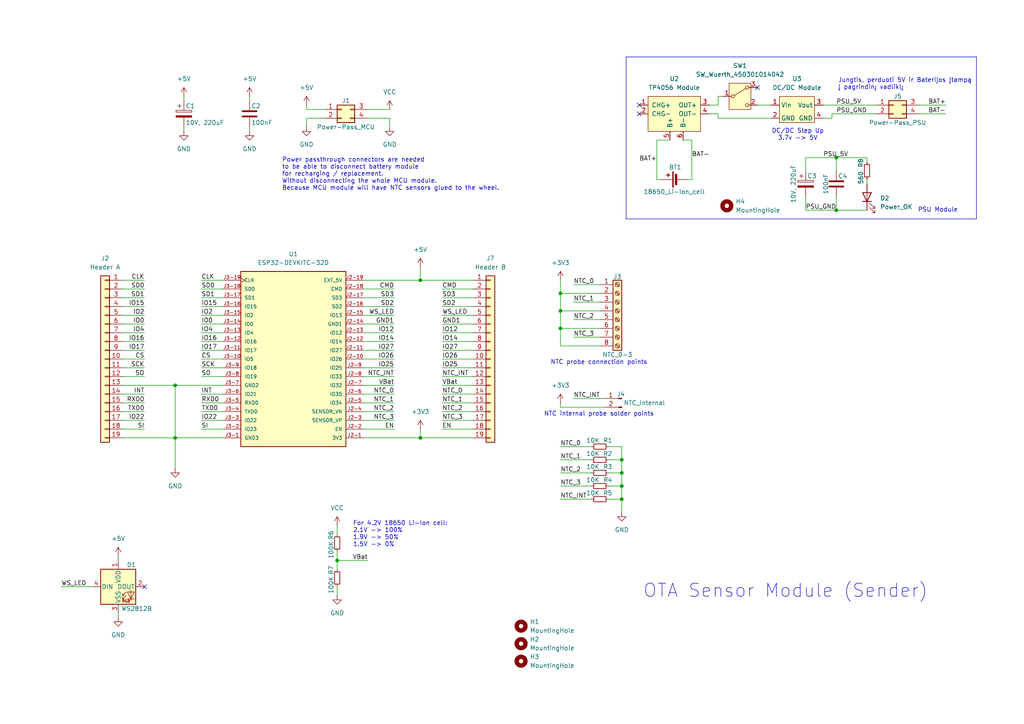
<source format=kicad_sch>
(kicad_sch (version 20231120) (generator "eeschema") (generator_version "8.0")
  (paper "A4")
  (title_block (title "OTA Sender") (date "2024-05-03") (rev "B") (company "AUGA Tech") (comment 1 "Darius Vaitiekus"))
  (lib_symbols
    (symbol "Connector:Conn_01x02_Pin" (pin_names (offset 1.016) hide)
      (property "Reference" "J" (at 0 2.54 0))
      (property "Value" "Conn_01x02_Pin" (at 0 -5.08 0))
      (symbol "Conn_01x02_Pin_1_1"
        (polyline (pts (xy 1.27 -2.54) (xy 0.8636 -2.54)) (stroke (width 0.1524)))
        (polyline (pts (xy 1.27 0) (xy 0.8636 0)) (stroke (width 0.1524)))
        (rectangle (start 0.8636 -2.413) (end 0 -2.667) (stroke (width 0.1524)) (fill (type outline)))
        (rectangle (start 0.8636 0.127) (end 0 -0.127) (stroke (width 0.1524)) (fill (type outline)))
        (pin passive line (at 5.08 0 180) (length 3.81) (name "Pin_1") (number "1"))
        (pin passive line (at 5.08 -2.54 180) (length 3.81) (name "Pin_2") (number "2"))
      )
    )
    (symbol "Connector:Screw_Terminal_01x08" (pin_names (offset 1.016) hide)
      (property "Reference" "J" (at 0 10.16 0))
      (property "Value" "Screw_Terminal_01x08" (at 0 -12.7 0))
      (symbol "Screw_Terminal_01x08_1_1"
        (rectangle (start -1.27 8.89) (end 1.27 -11.43) (stroke (width 0.254)) (fill (type background)))
        (circle (center 0 -10.16) (radius 0.635) (stroke (width 0.1524)))
        (circle (center 0 -7.62) (radius 0.635) (stroke (width 0.1524)))
        (circle (center 0 -5.08) (radius 0.635) (stroke (width 0.1524)))
        (circle (center 0 -2.54) (radius 0.635) (stroke (width 0.1524)))
        (polyline (pts (xy -0.5334 -9.8298) (xy 0.3302 -10.668)) (stroke (width 0.1524)))
        (polyline (pts (xy -0.5334 -7.2898) (xy 0.3302 -8.128)) (stroke (width 0.1524)))
        (polyline (pts (xy -0.5334 -4.7498) (xy 0.3302 -5.588)) (stroke (width 0.1524)))
        (polyline (pts (xy -0.5334 -2.2098) (xy 0.3302 -3.048)) (stroke (width 0.1524)))
        (polyline (pts (xy -0.5334 0.3302) (xy 0.3302 -0.508)) (stroke (width 0.1524)))
        (polyline (pts (xy -0.5334 2.8702) (xy 0.3302 2.032)) (stroke (width 0.1524)))
        (polyline (pts (xy -0.5334 5.4102) (xy 0.3302 4.572)) (stroke (width 0.1524)))
        (polyline (pts (xy -0.5334 7.9502) (xy 0.3302 7.112)) (stroke (width 0.1524)))
        (polyline (pts (xy -0.3556 -9.652) (xy 0.508 -10.4902)) (stroke (width 0.1524)))
        (polyline (pts (xy -0.3556 -7.112) (xy 0.508 -7.9502)) (stroke (width 0.1524)))
        (polyline (pts (xy -0.3556 -4.572) (xy 0.508 -5.4102)) (stroke (width 0.1524)))
        (polyline (pts (xy -0.3556 -2.032) (xy 0.508 -2.8702)) (stroke (width 0.1524)))
        (polyline (pts (xy -0.3556 0.508) (xy 0.508 -0.3302)) (stroke (width 0.1524)))
        (polyline (pts (xy -0.3556 3.048) (xy 0.508 2.2098)) (stroke (width 0.1524)))
        (polyline (pts (xy -0.3556 5.588) (xy 0.508 4.7498)) (stroke (width 0.1524)))
        (polyline (pts (xy -0.3556 8.128) (xy 0.508 7.2898)) (stroke (width 0.1524)))
        (circle (center 0 0) (radius 0.635) (stroke (width 0.1524)))
        (circle (center 0 2.54) (radius 0.635) (stroke (width 0.1524)))
        (circle (center 0 5.08) (radius 0.635) (stroke (width 0.1524)))
        (circle (center 0 7.62) (radius 0.635) (stroke (width 0.1524)))
        (pin passive line (at -5.08 7.62 0) (length 3.81) (name "Pin_1") (number "1"))
        (pin passive line (at -5.08 5.08 0) (length 3.81) (name "Pin_2") (number "2"))
        (pin passive line (at -5.08 2.54 0) (length 3.81) (name "Pin_3") (number "3"))
        (pin passive line (at -5.08 0 0) (length 3.81) (name "Pin_4") (number "4"))
        (pin passive line (at -5.08 -2.54 0) (length 3.81) (name "Pin_5") (number "5"))
        (pin passive line (at -5.08 -5.08 0) (length 3.81) (name "Pin_6") (number "6"))
        (pin passive line (at -5.08 -7.62 0) (length 3.81) (name "Pin_7") (number "7"))
        (pin passive line (at -5.08 -10.16 0) (length 3.81) (name "Pin_8") (number "8"))
      )
    )
    (symbol "Connector_Generic:Conn_01x19" (pin_names (offset 1.016) hide)
      (property "Reference" "J" (at 0 25.4 0))
      (property "Value" "Conn_01x19" (at 0 -25.4 0))
      (symbol "Conn_01x19_1_1"
        (rectangle (start -1.27 -22.733) (end 0 -22.987) (stroke (width 0.1524)))
        (rectangle (start -1.27 -20.193) (end 0 -20.447) (stroke (width 0.1524)))
        (rectangle (start -1.27 -17.653) (end 0 -17.907) (stroke (width 0.1524)))
        (rectangle (start -1.27 -15.113) (end 0 -15.367) (stroke (width 0.1524)))
        (rectangle (start -1.27 -12.573) (end 0 -12.827) (stroke (width 0.1524)))
        (rectangle (start -1.27 -10.033) (end 0 -10.287) (stroke (width 0.1524)))
        (rectangle (start -1.27 -7.493) (end 0 -7.747) (stroke (width 0.1524)))
        (rectangle (start -1.27 -4.953) (end 0 -5.207) (stroke (width 0.1524)))
        (rectangle (start -1.27 -2.413) (end 0 -2.667) (stroke (width 0.1524)))
        (rectangle (start -1.27 0.127) (end 0 -0.127) (stroke (width 0.1524)))
        (rectangle (start -1.27 2.667) (end 0 2.413) (stroke (width 0.1524)))
        (rectangle (start -1.27 5.207) (end 0 4.953) (stroke (width 0.1524)))
        (rectangle (start -1.27 7.747) (end 0 7.493) (stroke (width 0.1524)))
        (rectangle (start -1.27 10.287) (end 0 10.033) (stroke (width 0.1524)))
        (rectangle (start -1.27 12.827) (end 0 12.573) (stroke (width 0.1524)))
        (rectangle (start -1.27 15.367) (end 0 15.113) (stroke (width 0.1524)))
        (rectangle (start -1.27 17.907) (end 0 17.653) (stroke (width 0.1524)))
        (rectangle (start -1.27 20.447) (end 0 20.193) (stroke (width 0.1524)))
        (rectangle (start -1.27 22.987) (end 0 22.733) (stroke (width 0.1524)))
        (rectangle (start -1.27 24.13) (end 1.27 -24.13) (stroke (width 0.254)) (fill (type background)))
        (pin passive line (at -5.08 22.86 0) (length 3.81) (name "Pin_1") (number "1"))
        (pin passive line (at -5.08 0 0) (length 3.81) (name "Pin_10") (number "10"))
        (pin passive line (at -5.08 -2.54 0) (length 3.81) (name "Pin_11") (number "11"))
        (pin passive line (at -5.08 -5.08 0) (length 3.81) (name "Pin_12") (number "12"))
        (pin passive line (at -5.08 -7.62 0) (length 3.81) (name "Pin_13") (number "13"))
        (pin passive line (at -5.08 -10.16 0) (length 3.81) (name "Pin_14") (number "14"))
        (pin passive line (at -5.08 -12.7 0) (length 3.81) (name "Pin_15") (number "15"))
        (pin passive line (at -5.08 -15.24 0) (length 3.81) (name "Pin_16") (number "16"))
        (pin passive line (at -5.08 -17.78 0) (length 3.81) (name "Pin_17") (number "17"))
        (pin passive line (at -5.08 -20.32 0) (length 3.81) (name "Pin_18") (number "18"))
        (pin passive line (at -5.08 -22.86 0) (length 3.81) (name "Pin_19") (number "19"))
        (pin passive line (at -5.08 20.32 0) (length 3.81) (name "Pin_2") (number "2"))
        (pin passive line (at -5.08 17.78 0) (length 3.81) (name "Pin_3") (number "3"))
        (pin passive line (at -5.08 15.24 0) (length 3.81) (name "Pin_4") (number "4"))
        (pin passive line (at -5.08 12.7 0) (length 3.81) (name "Pin_5") (number "5"))
        (pin passive line (at -5.08 10.16 0) (length 3.81) (name "Pin_6") (number "6"))
        (pin passive line (at -5.08 7.62 0) (length 3.81) (name "Pin_7") (number "7"))
        (pin passive line (at -5.08 5.08 0) (length 3.81) (name "Pin_8") (number "8"))
        (pin passive line (at -5.08 2.54 0) (length 3.81) (name "Pin_9") (number "9"))
      )
    )
    (symbol "Connector_Generic:Conn_02x02_Top_Bottom" (pin_names (offset 1.016) hide)
      (property "Reference" "J" (at 1.27 2.54 0))
      (property "Value" "Conn_02x02_Top_Bottom" (at 1.27 -5.08 0))
      (symbol "Conn_02x02_Top_Bottom_1_1"
        (rectangle (start -1.27 -2.413) (end 0 -2.667) (stroke (width 0.1524)))
        (rectangle (start -1.27 0.127) (end 0 -0.127) (stroke (width 0.1524)))
        (rectangle (start -1.27 1.27) (end 3.81 -3.81) (stroke (width 0.254)) (fill (type background)))
        (rectangle (start 3.81 -2.413) (end 2.54 -2.667) (stroke (width 0.1524)))
        (rectangle (start 3.81 0.127) (end 2.54 -0.127) (stroke (width 0.1524)))
        (pin passive line (at -5.08 0 0) (length 3.81) (name "Pin_1") (number "1"))
        (pin passive line (at -5.08 -2.54 0) (length 3.81) (name "Pin_2") (number "2"))
        (pin passive line (at 7.62 0 180) (length 3.81) (name "Pin_3") (number "3"))
        (pin passive line (at 7.62 -2.54 180) (length 3.81) (name "Pin_4") (number "4"))
      )
    )
    (symbol "Device:Battery_Cell" (pin_numbers hide) (pin_names (offset 0) hide)
      (property "Reference" "BT" (at 2.54 2.54 0))
      (property "Value" "Battery_Cell" (at 2.54 0 0))
      (symbol "Battery_Cell_0_1"
        (rectangle (start -2.286 1.778) (end 2.286 1.524) (fill (type outline)))
        (rectangle (start -1.524 1.016) (end 1.524 0.508) (fill (type outline)))
        (polyline (pts (xy 0 0.762) (xy 0 0)))
        (polyline (pts (xy 0 1.778) (xy 0 2.54)))
        (polyline (pts (xy 0.762 3.048) (xy 1.778 3.048)) (stroke (width 0.254)))
        (polyline (pts (xy 1.27 3.556) (xy 1.27 2.54)) (stroke (width 0.254)))
      )
      (symbol "Battery_Cell_1_1"
        (pin passive line (at 0 5.08 270) (length 2.54) (name "+") (number "1"))
        (pin passive line (at 0 -2.54 90) (length 2.54) (name "-") (number "2"))
      )
    )
    (symbol "Device:C" (pin_numbers hide) (pin_names (offset 0.254))
      (property "Reference" "C" (at 0.635 2.54 0))
      (property "Value" "C" (at 0.635 -2.54 0))
      (symbol "C_0_1"
        (polyline (pts (xy -2.032 -0.762) (xy 2.032 -0.762)) (stroke (width 0.508)))
        (polyline (pts (xy -2.032 0.762) (xy 2.032 0.762)) (stroke (width 0.508)))
      )
      (symbol "C_1_1"
        (pin passive line (at 0 3.81 270) (length 2.794) (name "~") (number "1"))
        (pin passive line (at 0 -3.81 90) (length 2.794) (name "~") (number "2"))
      )
    )
    (symbol "Device:C_Polarized" (pin_numbers hide) (pin_names (offset 0.254))
      (property "Reference" "C" (at 0.635 2.54 0))
      (property "Value" "C_Polarized" (at 0.635 -2.54 0))
      (symbol "C_Polarized_0_1"
        (rectangle (start -2.286 0.508) (end 2.286 1.016))
        (polyline (pts (xy -1.778 2.286) (xy -0.762 2.286)))
        (polyline (pts (xy -1.27 2.794) (xy -1.27 1.778)))
        (rectangle (start 2.286 -0.508) (end -2.286 -1.016) (fill (type outline)))
      )
      (symbol "C_Polarized_1_1"
        (pin passive line (at 0 3.81 270) (length 2.794) (name "~") (number "1"))
        (pin passive line (at 0 -3.81 90) (length 2.794) (name "~") (number "2"))
      )
    )
    (symbol "Device:LED" (pin_numbers hide) (pin_names (offset 1.016) hide)
      (property "Reference" "D" (at 0 2.54 0))
      (property "Value" "LED" (at 0 -2.54 0))
      (symbol "LED_0_1"
        (polyline (pts (xy -1.27 -1.27) (xy -1.27 1.27)) (stroke (width 0.254)))
        (polyline (pts (xy -1.27 0) (xy 1.27 0)))
        (polyline (pts (xy 1.27 -1.27) (xy 1.27 1.27) (xy -1.27 0) (xy 1.27 -1.27)) (stroke (width 0.254)))
        (polyline (pts (xy -3.048 -0.762) (xy -4.572 -2.286) (xy -3.81 -2.286) (xy -4.572 -2.286) (xy -4.572 -1.524)))
        (polyline (pts (xy -1.778 -0.762) (xy -3.302 -2.286) (xy -2.54 -2.286) (xy -3.302 -2.286) (xy -3.302 -1.524)))
      )
      (symbol "LED_1_1"
        (pin passive line (at -3.81 0 0) (length 2.54) (name "K") (number "1"))
        (pin passive line (at 3.81 0 180) (length 2.54) (name "A") (number "2"))
      )
    )
    (symbol "Device:R_Small" (pin_numbers hide) (pin_names (offset 0.254) hide)
      (property "Reference" "R" (at 0.762 0.508 0))
      (property "Value" "R_Small" (at 0.762 -1.016 0))
      (symbol "R_Small_0_1"
        (rectangle (start -0.762 1.778) (end 0.762 -1.778) (stroke (width 0.2032)))
      )
      (symbol "R_Small_1_1"
        (pin passive line (at 0 2.54 270) (length 0.762) (name "~") (number "1"))
        (pin passive line (at 0 -2.54 90) (length 0.762) (name "~") (number "2"))
      )
    )
    (symbol "LED:WS2812B" (pin_names (offset 0.254))
      (property "Reference" "D" (at 5.08 5.715 0))
      (property "Value" "WS2812B" (at 1.27 -5.715 0))
      (symbol "WS2812B_0_0"
        (text "RGB" (at 2.286 -4.191 0) (effects (font (size 0.762 0.762))))
      )
      (symbol "WS2812B_0_1"
        (polyline (pts (xy 1.27 -3.556) (xy 1.778 -3.556)))
        (polyline (pts (xy 1.27 -2.54) (xy 1.778 -2.54)))
        (polyline (pts (xy 4.699 -3.556) (xy 2.667 -3.556)))
        (polyline (pts (xy 2.286 -2.54) (xy 1.27 -3.556) (xy 1.27 -3.048)))
        (polyline (pts (xy 2.286 -1.524) (xy 1.27 -2.54) (xy 1.27 -2.032)))
        (polyline (pts (xy 3.683 -1.016) (xy 3.683 -3.556) (xy 3.683 -4.064)))
        (polyline (pts (xy 4.699 -1.524) (xy 2.667 -1.524) (xy 3.683 -3.556) (xy 4.699 -1.524)))
        (rectangle (start 5.08 5.08) (end -5.08 -5.08) (stroke (width 0.254)) (fill (type background)))
      )
      (symbol "WS2812B_1_1"
        (pin power_in line (at 0 7.62 270) (length 2.54) (name "VDD") (number "1"))
        (pin output line (at 7.62 0 180) (length 2.54) (name "DOUT") (number "2"))
        (pin power_in line (at 0 -7.62 90) (length 2.54) (name "VSS") (number "3"))
        (pin input line (at -7.62 0 0) (length 2.54) (name "DIN") (number "4"))
      )
    )
    (symbol "Mechanical:MountingHole" (pin_names (offset 1.016))
      (property "Reference" "H" (at 0 5.08 0))
      (property "Value" "MountingHole" (at 0 3.175 0))
      (symbol "MountingHole_0_1"
        (circle (center 0 0) (radius 1.27) (stroke (width 1.27)))
      )
    )
    (symbol "Switch:SW_Wuerth_450301014042" (pin_names (offset 1) hide)
      (property "Reference" "SW" (at 0 5.08 0))
      (property "Value" "SW_Wuerth_450301014042" (at 0 -5.08 0))
      (symbol "SW_Wuerth_450301014042_0_1"
        (circle (center -2.032 0) (radius 0.4572))
        (polyline (pts (xy -1.651 0.254) (xy 1.651 2.286)))
        (circle (center 2.032 -2.54) (radius 0.4572))
        (circle (center 2.032 2.54) (radius 0.4572))
      )
      (symbol "SW_Wuerth_450301014042_1_1"
        (rectangle (start -3.175 3.81) (end 3.175 -3.81) (fill (type background)))
        (pin passive line (at -5.08 0 0) (length 2.54) (name "B") (number "1"))
        (pin passive line (at 5.08 -2.54 180) (length 2.54) (name "C") (number "2"))
        (pin passive line (at 5.08 2.54 180) (length 2.54) (name "A") (number "3"))
      )
    )
    (symbol "local_lib:DC-StepUp"
      (property "Reference" "U" (at 1.016 4.826 0))
      (property "Value" "3.3V->5V" (at 0 0 0))
      (symbol "DC-StepUp_1_1"
        (rectangle (start -5.08 3.81) (end 5.08 -3.81) (fill (type background)))
        (pin power_in line (at -7.62 1.27 0) (length 2.54) (name "Vin") (number "1"))
        (pin power_in line (at -7.62 -2.54 0) (length 2.54) (name "GND") (number "2"))
        (pin power_out line (at 7.62 1.27 180) (length 2.54) (name "Vout") (number "3"))
        (pin power_out line (at 7.62 -2.54 180) (length 2.54) (name "GND") (number "4"))
      )
    )
    (symbol "local_lib:ESP32-DEVKITC-32D" (pin_names (offset 1.016))
      (property "Reference" "U" (at -15.2572 26.0643 0))
      (property "Value" "ESP32-DEVKITC-32D" (at -15.2563 -27.9698 0))
      (symbol "ESP32-DEVKITC-32D_0_0"
        (rectangle (start -15.24 -25.4) (end 15.24 25.4) (stroke (width 0.254)) (fill (type background)))
        (pin power_in line (at -20.32 22.86 0) (length 5.08) (name "3V3") (number "J2-1"))
        (pin bidirectional line (at -20.32 0 0) (length 5.08) (name "IO26") (number "J2-10"))
        (pin bidirectional line (at -20.32 -2.54 0) (length 5.08) (name "IO27") (number "J2-11"))
        (pin bidirectional line (at -20.32 -5.08 0) (length 5.08) (name "IO14") (number "J2-12"))
        (pin bidirectional line (at -20.32 -7.62 0) (length 5.08) (name "IO12") (number "J2-13"))
        (pin power_in line (at -20.32 -10.16 0) (length 5.08) (name "GND1") (number "J2-14"))
        (pin bidirectional line (at -20.32 -12.7 0) (length 5.08) (name "IO13") (number "J2-15"))
        (pin bidirectional line (at -20.32 -15.24 0) (length 5.08) (name "SD2") (number "J2-16"))
        (pin bidirectional line (at -20.32 -17.78 0) (length 5.08) (name "SD3") (number "J2-17"))
        (pin bidirectional line (at -20.32 -20.32 0) (length 5.08) (name "CMD") (number "J2-18"))
        (pin power_in line (at -20.32 -22.86 0) (length 5.08) (name "EXT_5V") (number "J2-19"))
        (pin input line (at -20.32 20.32 0) (length 5.08) (name "EN") (number "J2-2"))
        (pin input line (at -20.32 17.78 0) (length 5.08) (name "SENSOR_VP") (number "J2-3"))
        (pin input line (at -20.32 15.24 0) (length 5.08) (name "SENSOR_VN") (number "J2-4"))
        (pin bidirectional line (at -20.32 12.7 0) (length 5.08) (name "IO34") (number "J2-5"))
        (pin bidirectional line (at -20.32 10.16 0) (length 5.08) (name "IO35") (number "J2-6"))
        (pin bidirectional line (at -20.32 7.62 0) (length 5.08) (name "IO32") (number "J2-7"))
        (pin bidirectional line (at -20.32 5.08 0) (length 5.08) (name "IO33") (number "J2-8"))
        (pin bidirectional line (at -20.32 2.54 0) (length 5.08) (name "IO25") (number "J2-9"))
        (pin power_in line (at 20.32 22.86 180) (length 5.08) (name "GND3") (number "J3-1"))
        (pin bidirectional line (at 20.32 0 180) (length 5.08) (name "IO5") (number "J3-10"))
        (pin bidirectional line (at 20.32 -2.54 180) (length 5.08) (name "IO17") (number "J3-11"))
        (pin bidirectional line (at 20.32 -5.08 180) (length 5.08) (name "IO16") (number "J3-12"))
        (pin bidirectional line (at 20.32 -7.62 180) (length 5.08) (name "IO4") (number "J3-13"))
        (pin bidirectional line (at 20.32 -10.16 180) (length 5.08) (name "IO0") (number "J3-14"))
        (pin bidirectional line (at 20.32 -12.7 180) (length 5.08) (name "IO2") (number "J3-15"))
        (pin bidirectional line (at 20.32 -15.24 180) (length 5.08) (name "IO15") (number "J3-16"))
        (pin bidirectional line (at 20.32 -17.78 180) (length 5.08) (name "SD1") (number "J3-17"))
        (pin bidirectional line (at 20.32 -20.32 180) (length 5.08) (name "SD0") (number "J3-18"))
        (pin input clock (at 20.32 -22.86 180) (length 5.08) (name "CLK") (number "J3-19"))
        (pin bidirectional line (at 20.32 20.32 180) (length 5.08) (name "IO23") (number "J3-2"))
        (pin bidirectional line (at 20.32 17.78 180) (length 5.08) (name "IO22") (number "J3-3"))
        (pin output line (at 20.32 15.24 180) (length 5.08) (name "TXD0") (number "J3-4"))
        (pin input line (at 20.32 12.7 180) (length 5.08) (name "RXD0") (number "J3-5"))
        (pin bidirectional line (at 20.32 10.16 180) (length 5.08) (name "IO21") (number "J3-6"))
        (pin power_in line (at 20.32 7.62 180) (length 5.08) (name "GND2") (number "J3-7"))
        (pin bidirectional line (at 20.32 5.08 180) (length 5.08) (name "IO19") (number "J3-8"))
        (pin bidirectional line (at 20.32 2.54 180) (length 5.08) (name "IO18") (number "J3-9"))
      )
    )
    (symbol "local_lib:TP4056" (pin_names (offset 1.016))
      (property "Reference" "U" (at -6.35 0 0))
      (property "Value" "TP4056" (at 3.81 0 0))
      (symbol "TP4056_0_1"
        (rectangle (start -7.62 -1.27) (end 7.62 -11.43) (fill (type background)))
      )
      (symbol "TP4056_1_1"
        (pin power_in line (at -10.16 -3.81 0) (length 2.54) (name "CHG+") (number "1"))
        (pin power_in line (at -10.16 -6.35 0) (length 2.54) (name "CHG-") (number "2"))
        (pin power_out line (at 10.16 -3.81 180) (length 2.54) (name "OUT+") (number "3"))
        (pin power_out line (at 10.16 -6.35 180) (length 2.54) (name "OUT-") (number "4"))
        (pin power_in line (at -1.27 -13.97 90) (length 2.54) (name "B+") (number "5"))
        (pin power_in line (at 2.54 -13.97 90) (length 2.54) (name "B-") (number "6"))
      )
    )
    (symbol "power:+3V3" (power) (pin_numbers hide) (pin_names (offset 0) hide)
      (property "Value" "+3V3" (at 0 3.556 0))
      (symbol "+3V3_0_1"
        (polyline (pts (xy -0.762 1.27) (xy 0 2.54)))
        (polyline (pts (xy 0 0) (xy 0 2.54)))
        (polyline (pts (xy 0 2.54) (xy 0.762 1.27)))
      )
      (symbol "+3V3_1_1"
        (pin power_in line (at 0 0 90) (length 0) (name "~") (number "1"))
      )
    )
    (symbol "power:+5V" (power) (pin_numbers hide) (pin_names (offset 0) hide)
      (property "Value" "+5V" (at 0 3.556 0))
      (symbol "+5V_0_1"
        (polyline (pts (xy -0.762 1.27) (xy 0 2.54)))
        (polyline (pts (xy 0 0) (xy 0 2.54)))
        (polyline (pts (xy 0 2.54) (xy 0.762 1.27)))
      )
      (symbol "+5V_1_1"
        (pin power_in line (at 0 0 90) (length 0) (name "~") (number "1"))
      )
    )
    (symbol "power:GND" (power) (pin_numbers hide) (pin_names (offset 0) hide)
      (property "Value" "GND" (at 0 -3.81 0))
      (symbol "GND_0_1"
        (polyline (pts (xy 0 0) (xy 0 -1.27) (xy 1.27 -1.27) (xy 0 -2.54) (xy -1.27 -1.27) (xy 0 -1.27)))
      )
      (symbol "GND_1_1"
        (pin power_in line (at 0 0 270) (length 0) (name "~") (number "1"))
      )
    )
    (symbol "power:VCC" (power) (pin_numbers hide) (pin_names (offset 0) hide)
      (property "Value" "VCC" (at 0 3.556 0))
      (symbol "VCC_0_1"
        (polyline (pts (xy -0.762 1.27) (xy 0 2.54)))
        (polyline (pts (xy 0 0) (xy 0 2.54)))
        (polyline (pts (xy 0 2.54) (xy 0.762 1.27)))
      )
      (symbol "VCC_1_1"
        (pin power_in line (at 0 0 90) (length 0) (name "~") (number "1"))
      )
    )
  )
  (junction (at 242.57 45.72))
  (junction (at 50.8 111.76))
  (junction (at 50.8 127))
  (junction (at 97.79 162.56))
  (junction (at 180.34 133.35))
  (junction (at 180.34 144.78))
  (junction (at 162.56 85.09))
  (junction (at 242.57 60.96))
  (junction (at 162.56 95.25))
  (junction (at 180.34 137.16))
  (junction (at 162.56 90.17))
  (junction (at 121.92 81.28))
  (junction (at 180.34 140.97))
  (junction (at 121.92 127))
  (no_connect (at 219.71 25.4))
  (no_connect (at 185.42 30.48))
  (no_connect (at 185.42 33.02))
  (no_connect (at 41.91 170.18))
  (wire (pts (xy 50.8 111.76) (xy 50.8 127)))
  (wire (pts (xy 173.99 95.25) (xy 162.56 95.25)))
  (wire (pts (xy 208.28 33.02) (xy 208.28 34.29)))
  (wire (pts (xy 105.41 86.36) (xy 114.3 86.36)))
  (wire (pts (xy 180.34 129.54) (xy 180.34 133.35)))
  (wire (pts (xy 242.57 60.96) (xy 251.46 60.96)))
  (wire (pts (xy 180.34 144.78) (xy 176.53 144.78)))
  (wire (pts (xy 105.41 99.06) (xy 114.3 99.06)))
  (wire (pts (xy 166.37 115.57) (xy 175.26 115.57)))
  (wire (pts (xy 64.77 121.92) (xy 58.42 121.92)))
  (wire (pts (xy 137.16 96.52) (xy 128.27 96.52)))
  (wire (pts (xy 242.57 57.15) (xy 242.57 60.96)))
  (wire (pts (xy 251.46 52.07) (xy 251.46 53.34)))
  (wire (pts (xy 162.56 95.25) (xy 162.56 90.17)))
  (wire (pts (xy 35.56 111.76) (xy 50.8 111.76)))
  (wire (pts (xy 35.56 99.06) (xy 41.91 99.06)))
  (wire (pts (xy 105.41 121.92) (xy 114.3 121.92)))
  (wire (pts (xy 93.98 34.29) (xy 88.9 34.29)))
  (wire (pts (xy 199.39 52.07) (xy 200.66 52.07)))
  (wire (pts (xy 72.39 27.94) (xy 72.39 29.21)))
  (wire (pts (xy 137.16 101.6) (xy 128.27 101.6)))
  (wire (pts (xy 162.56 144.78) (xy 171.45 144.78)))
  (wire (pts (xy 190.5 40.64) (xy 194.31 40.64)))
  (wire (pts (xy 162.56 100.33) (xy 162.56 95.25)))
  (wire (pts (xy 173.99 90.17) (xy 162.56 90.17)))
  (wire (pts (xy 208.28 34.29) (xy 223.52 34.29)))
  (wire (pts (xy 162.56 118.11) (xy 175.26 118.11)))
  (wire (pts (xy 35.56 86.36) (xy 41.91 86.36)))
  (wire (pts (xy 180.34 144.78) (xy 180.34 148.59)))
  (wire (pts (xy 209.55 27.94) (xy 208.28 27.94)))
  (wire (pts (xy 219.71 30.48) (xy 223.52 30.48)))
  (wire (pts (xy 251.46 45.72) (xy 242.57 45.72)))
  (wire (pts (xy 105.41 88.9) (xy 114.3 88.9)))
  (wire (pts (xy 58.42 104.14) (xy 64.77 104.14)))
  (wire (pts (xy 180.34 137.16) (xy 176.53 137.16)))
  (wire (pts (xy 105.41 81.28) (xy 121.92 81.28)))
  (wire (pts (xy 166.37 87.63) (xy 173.99 87.63)))
  (wire (pts (xy 97.79 162.56) (xy 97.79 165.1)))
  (wire (pts (xy 64.77 83.82) (xy 58.42 83.82)))
  (wire (pts (xy 35.56 121.92) (xy 41.91 121.92)))
  (wire (pts (xy 58.42 109.22) (xy 64.77 109.22)))
  (wire (pts (xy 58.42 106.68) (xy 64.77 106.68)))
  (wire (pts (xy 121.92 127) (xy 137.16 127)))
  (wire (pts (xy 137.16 109.22) (xy 128.27 109.22)))
  (wire (pts (xy 35.56 88.9) (xy 41.91 88.9)))
  (wire (pts (xy 64.77 81.28) (xy 58.42 81.28)))
  (wire (pts (xy 180.34 140.97) (xy 176.53 140.97)))
  (wire (pts (xy 35.56 81.28) (xy 41.91 81.28)))
  (wire (pts (xy 137.16 88.9) (xy 128.27 88.9)))
  (wire (pts (xy 137.16 86.36) (xy 128.27 86.36)))
  (wire (pts (xy 105.41 124.46) (xy 114.3 124.46)))
  (polyline (pts (xy 181.61 63.5) (xy 283.21 63.5)))
  (wire (pts (xy 35.56 127) (xy 50.8 127)))
  (wire (pts (xy 251.46 46.99) (xy 251.46 45.72)))
  (wire (pts (xy 105.41 111.76) (xy 114.3 111.76)))
  (wire (pts (xy 93.98 31.75) (xy 88.9 31.75)))
  (wire (pts (xy 166.37 92.71) (xy 173.99 92.71)))
  (wire (pts (xy 88.9 31.75) (xy 88.9 30.48)))
  (wire (pts (xy 173.99 100.33) (xy 162.56 100.33)))
  (wire (pts (xy 64.77 116.84) (xy 58.42 116.84)))
  (wire (pts (xy 35.56 91.44) (xy 41.91 91.44)))
  (wire (pts (xy 35.56 83.82) (xy 41.91 83.82)))
  (wire (pts (xy 64.77 93.98) (xy 58.42 93.98)))
  (wire (pts (xy 266.7 33.02) (xy 274.32 33.02)))
  (wire (pts (xy 53.34 27.94) (xy 53.34 29.21)))
  (wire (pts (xy 105.41 101.6) (xy 114.3 101.6)))
  (wire (pts (xy 97.79 160.02) (xy 97.79 162.56)))
  (wire (pts (xy 50.8 127) (xy 64.77 127)))
  (wire (pts (xy 97.79 170.18) (xy 97.79 172.72)))
  (wire (pts (xy 241.3 34.29) (xy 241.3 33.02)))
  (wire (pts (xy 64.77 99.06) (xy 58.42 99.06)))
  (wire (pts (xy 266.7 30.48) (xy 274.32 30.48)))
  (wire (pts (xy 162.56 90.17) (xy 162.56 85.09)))
  (wire (pts (xy 35.56 116.84) (xy 41.91 116.84)))
  (wire (pts (xy 121.92 81.28) (xy 137.16 81.28)))
  (wire (pts (xy 105.41 127) (xy 121.92 127)))
  (wire (pts (xy 17.78 170.18) (xy 26.67 170.18)))
  (wire (pts (xy 105.41 83.82) (xy 114.3 83.82)))
  (polyline (pts (xy 283.21 63.5) (xy 283.21 16.51)))
  (wire (pts (xy 208.28 30.48) (xy 205.74 30.48)))
  (wire (pts (xy 64.77 86.36) (xy 58.42 86.36)))
  (wire (pts (xy 162.56 129.54) (xy 171.45 129.54)))
  (wire (pts (xy 34.29 161.29) (xy 34.29 162.56)))
  (wire (pts (xy 35.56 93.98) (xy 41.91 93.98)))
  (wire (pts (xy 121.92 124.46) (xy 121.92 127)))
  (wire (pts (xy 180.34 129.54) (xy 176.53 129.54)))
  (wire (pts (xy 113.03 34.29) (xy 106.68 34.29)))
  (wire (pts (xy 200.66 52.07) (xy 200.66 40.64)))
  (wire (pts (xy 137.16 114.3) (xy 128.27 114.3)))
  (wire (pts (xy 58.42 114.3) (xy 64.77 114.3)))
  (wire (pts (xy 35.56 119.38) (xy 41.91 119.38)))
  (wire (pts (xy 105.41 104.14) (xy 114.3 104.14)))
  (wire (pts (xy 238.76 30.48) (xy 254 30.48)))
  (wire (pts (xy 58.42 124.46) (xy 64.77 124.46)))
  (wire (pts (xy 137.16 121.92) (xy 128.27 121.92)))
  (wire (pts (xy 166.37 82.55) (xy 173.99 82.55)))
  (wire (pts (xy 137.16 104.14) (xy 128.27 104.14)))
  (wire (pts (xy 121.92 77.47) (xy 121.92 81.28)))
  (wire (pts (xy 137.16 106.68) (xy 128.27 106.68)))
  (wire (pts (xy 242.57 45.72) (xy 233.68 45.72)))
  (wire (pts (xy 35.56 101.6) (xy 41.91 101.6)))
  (wire (pts (xy 64.77 91.44) (xy 58.42 91.44)))
  (wire (pts (xy 72.39 36.83) (xy 72.39 38.1)))
  (wire (pts (xy 137.16 119.38) (xy 128.27 119.38)))
  (wire (pts (xy 242.57 60.96) (xy 233.68 60.96)))
  (wire (pts (xy 233.68 57.15) (xy 233.68 60.96)))
  (wire (pts (xy 137.16 91.44) (xy 128.27 91.44)))
  (wire (pts (xy 162.56 85.09) (xy 162.56 81.28)))
  (wire (pts (xy 113.03 36.83) (xy 113.03 34.29)))
  (wire (pts (xy 137.16 116.84) (xy 128.27 116.84)))
  (wire (pts (xy 241.3 33.02) (xy 254 33.02)))
  (wire (pts (xy 137.16 99.06) (xy 128.27 99.06)))
  (wire (pts (xy 137.16 124.46) (xy 128.27 124.46)))
  (wire (pts (xy 191.77 52.07) (xy 190.5 52.07)))
  (wire (pts (xy 190.5 52.07) (xy 190.5 40.64)))
  (wire (pts (xy 105.41 119.38) (xy 114.3 119.38)))
  (wire (pts (xy 64.77 96.52) (xy 58.42 96.52)))
  (wire (pts (xy 166.37 97.79) (xy 173.99 97.79)))
  (wire (pts (xy 53.34 36.83) (xy 53.34 38.1)))
  (wire (pts (xy 162.56 133.35) (xy 171.45 133.35)))
  (wire (pts (xy 180.34 133.35) (xy 176.53 133.35)))
  (wire (pts (xy 137.16 93.98) (xy 128.27 93.98)))
  (wire (pts (xy 50.8 111.76) (xy 64.77 111.76)))
  (wire (pts (xy 180.34 137.16) (xy 180.34 140.97)))
  (wire (pts (xy 88.9 34.29) (xy 88.9 36.83)))
  (wire (pts (xy 200.66 40.64) (xy 198.12 40.64)))
  (wire (pts (xy 64.77 101.6) (xy 58.42 101.6)))
  (wire (pts (xy 34.29 177.8) (xy 34.29 179.07)))
  (wire (pts (xy 50.8 127) (xy 50.8 135.89)))
  (wire (pts (xy 41.91 104.14) (xy 35.56 104.14)))
  (wire (pts (xy 97.79 152.4) (xy 97.79 154.94)))
  (polyline (pts (xy 181.61 16.51) (xy 283.21 16.51)))
  (wire (pts (xy 208.28 27.94) (xy 208.28 30.48)))
  (wire (pts (xy 64.77 119.38) (xy 58.42 119.38)))
  (wire (pts (xy 162.56 116.84) (xy 162.56 118.11)))
  (wire (pts (xy 64.77 88.9) (xy 58.42 88.9)))
  (wire (pts (xy 137.16 83.82) (xy 128.27 83.82)))
  (wire (pts (xy 105.41 93.98) (xy 114.3 93.98)))
  (polyline (pts (xy 181.61 16.51) (xy 181.61 63.5)))
  (wire (pts (xy 105.41 106.68) (xy 114.3 106.68)))
  (wire (pts (xy 35.56 124.46) (xy 41.91 124.46)))
  (wire (pts (xy 162.56 140.97) (xy 171.45 140.97)))
  (wire (pts (xy 205.74 33.02) (xy 208.28 33.02)))
  (wire (pts (xy 35.56 96.52) (xy 41.91 96.52)))
  (wire (pts (xy 105.41 116.84) (xy 114.3 116.84)))
  (wire (pts (xy 233.68 45.72) (xy 233.68 49.53)))
  (wire (pts (xy 180.34 144.78) (xy 180.34 140.97)))
  (wire (pts (xy 105.41 109.22) (xy 114.3 109.22)))
  (wire (pts (xy 137.16 111.76) (xy 128.27 111.76)))
  (wire (pts (xy 105.41 96.52) (xy 114.3 96.52)))
  (wire (pts (xy 41.91 106.68) (xy 35.56 106.68)))
  (wire (pts (xy 162.56 137.16) (xy 171.45 137.16)))
  (wire (pts (xy 41.91 114.3) (xy 35.56 114.3)))
  (wire (pts (xy 97.79 162.56) (xy 106.68 162.56)))
  (wire (pts (xy 105.41 114.3) (xy 114.3 114.3)))
  (wire (pts (xy 238.76 34.29) (xy 241.3 34.29)))
  (wire (pts (xy 173.99 85.09) (xy 162.56 85.09)))
  (wire (pts (xy 242.57 45.72) (xy 242.57 49.53)))
  (wire (pts (xy 180.34 133.35) (xy 180.34 137.16)))
  (wire (pts (xy 41.91 109.22) (xy 35.56 109.22)))
  (wire (pts (xy 105.41 91.44) (xy 114.3 91.44)))
  (wire (pts (xy 106.68 31.75) (xy 113.03 31.75)))
  (text "Jungtis, perduoti 5V ir Baterijos Įtampą\nĮ pagrindinį vadliklį" (at 243.078 24.384 0) (effects (font (size 1.27 1.27)) (justify left)))
  (text "PSU Module" (at 272.034 60.96 0) (effects (font (size 1.27 1.27))))
  (text "DC/DC Step Up\n3.7v -> 5V" (at 231.394 39.116 0) (effects (font (size 1.27 1.27))))
  (text "NTC probe connection points" (at 173.736 105.156 0) (effects (font (size 1.27 1.27))))
  (text "NTC internal probe solder points" (at 173.736 120.142 0) (effects (font (size 1.27 1.27))))
  (text "Power passthrough connectors are needed\nto be able to disconnect battery module\nfor recharging / replacement.\nWithout disconnecting the whole MCU module.\nBecause MCU module will have NTC sensors glued to the wheel." (at 81.788 50.546 0) (effects (font (size 1.27 1.27)) (justify left)))
  (text "For 4.2V 18650 Li-Ion cell:\n2.1V -> 100%\n1.9V -> 50%\n1.5V -> 0%" (at 102.362 154.94 0) (effects (font (size 1.27 1.27)) (justify left)))
  (text "OTA Sensor Module (Sender)" (at 227.838 171.45 0) (effects (font (size 3.81 3.81))))
  (label "PSU_GND" (at 233.68 60.96 0))
  (label "SD3" (at 114.3 86.36 180))
  (label "NTC_0" (at 162.56 129.54 0))
  (label "CMD" (at 114.3 83.82 180))
  (label "IO22" (at 41.91 121.92 180))
  (label "BAT-" (at 274.32 33.02 180))
  (label "IO22" (at 58.42 121.92 0))
  (label "NTC_INT" (at 162.56 144.78 0))
  (label "NTC_INT" (at 114.3 109.22 180))
  (label "CS" (at 58.42 104.14 0))
  (label "IO12" (at 128.27 96.52 0))
  (label "IO14" (at 114.3 99.06 180))
  (label "CS" (at 41.91 104.14 180))
  (label "SD2" (at 128.27 88.9 0))
  (label "NTC_3" (at 114.3 121.92 180))
  (label "NTC_1" (at 166.37 87.63 0))
  (label "SD1" (at 58.42 86.36 0))
  (label "SI" (at 58.42 124.46 0))
  (label "SCK" (at 41.91 106.68 180))
  (label "GND1" (at 128.27 93.98 0))
  (label "NTC_2" (at 162.56 137.16 0))
  (label "SD2" (at 114.3 88.9 180))
  (label "NTC_INT" (at 166.37 115.57 0))
  (label "IO27" (at 114.3 101.6 180))
  (label "IO15" (at 41.91 88.9 180))
  (label "BAT+" (at 190.5 46.99 180))
  (label "EN" (at 128.27 124.46 0))
  (label "CLK" (at 58.42 81.28 0))
  (label "IO0" (at 58.42 93.98 0))
  (label "NTC_0" (at 128.27 114.3 0))
  (label "BAT+" (at 274.32 30.48 180))
  (label "NTC_2" (at 128.27 119.38 0))
  (label "TXD0" (at 58.42 119.38 0))
  (label "VBat" (at 114.3 111.76 180))
  (label "RXD0" (at 58.42 116.84 0))
  (label "SO" (at 41.91 109.22 180))
  (label "IO26" (at 128.27 104.14 0))
  (label "IO0" (at 41.91 93.98 180))
  (label "IO25" (at 128.27 106.68 0))
  (label "IO17" (at 58.42 101.6 0))
  (label "WS_LED" (at 128.27 91.44 0))
  (label "SD3" (at 128.27 86.36 0))
  (label "PSU_5V" (at 238.76 45.72 0))
  (label "NTC_0" (at 114.3 114.3 180))
  (label "INT" (at 58.42 114.3 0))
  (label "CMD" (at 128.27 83.82 0))
  (label "IO12" (at 114.3 96.52 180))
  (label "NTC_1" (at 162.56 133.35 0))
  (label "GND1" (at 114.3 93.98 180))
  (label "SI" (at 41.91 124.46 180))
  (label "NTC_1" (at 128.27 116.84 0))
  (label "SO" (at 58.42 109.22 0))
  (label "IO4" (at 58.42 96.52 0))
  (label "SD1" (at 41.91 86.36 180))
  (label "IO16" (at 58.42 99.06 0))
  (label "SCK" (at 58.42 106.68 0))
  (label "IO2" (at 58.42 91.44 0))
  (label "WS_LED" (at 114.3 91.44 180))
  (label "IO4" (at 41.91 96.52 180))
  (label "NTC_2" (at 166.37 92.71 0))
  (label "NTC_3" (at 128.27 121.92 0))
  (label "NTC_0" (at 166.37 82.55 0))
  (label "CLK" (at 41.91 81.28 180))
  (label "WS_LED" (at 17.78 170.18 0))
  (label "INT" (at 41.91 114.3 180))
  (label "IO26" (at 114.3 104.14 180))
  (label "RXD0" (at 41.91 116.84 180))
  (label "NTC_1" (at 114.3 116.84 180))
  (label "NTC_3" (at 162.56 140.97 0))
  (label "NTC_INT" (at 128.27 109.22 0))
  (label "EN" (at 114.3 124.46 180))
  (label "IO15" (at 58.42 88.9 0))
  (label "VBat" (at 106.68 162.56 180))
  (label "IO27" (at 128.27 101.6 0))
  (label "IO14" (at 128.27 99.06 0))
  (label "SD0" (at 58.42 83.82 0))
  (label "TXD0" (at 41.91 119.38 180))
  (label "PSU_GND" (at 242.57 33.02 0))
  (label "NTC_2" (at 114.3 119.38 180))
  (label "IO2" (at 41.91 91.44 180))
  (label "PSU_5V" (at 242.57 30.48 0))
  (label "IO25" (at 114.3 106.68 180))
  (label "SD0" (at 41.91 83.82 180))
  (label "IO16" (at 41.91 99.06 180))
  (label "VBat" (at 128.27 111.76 0))
  (label "BAT-" (at 200.66 45.72 0))
  (label "NTC_3" (at 166.37 97.79 0))
  (label "IO17" (at 41.91 101.6 180))
  (symbol (lib_id "power:VCC") (at 97.79 152.4 0) (unit 1)
    (property "Reference" "#PWR05" (effects (hide yes)))
    (property "Value" "VCC" (at 97.79 147.32 0))
    (property "Description" "Power symbol creates a global label with name \"VCC\"" (effects (hide yes)))
  )
  (symbol (lib_id "local_lib:TP4056") (at 195.58 26.67 0) (unit 1)
    (property "Reference" "U2" (at 195.58 22.86 0))
    (property "Value" "TP4056 Module" (at 195.58 25.4 0))
    (property "Footprint" "local_lib:TP4056-Module" (effects (hide yes)))
    (property "Description" "Li-Ion 1-cell battery protection IC" (effects (hide yes)))
  )
  (symbol (lib_id "power:GND") (at 97.79 172.72 0) (unit 1)
    (property "Reference" "#PWR03" (effects (hide yes)))
    (property "Value" "GND" (at 97.79 177.8 0))
    (property "Description" "Power symbol creates a global label with name \"GND\" , ground" (effects (hide yes)))
  )
  (symbol (lib_id "power:VCC") (at 113.03 31.75 0) (unit 1)
    (property "Reference" "#PWR015" (effects (hide yes)))
    (property "Value" "VCC" (at 113.03 26.67 0))
    (property "Description" "Power symbol creates a global label with name \"VCC\"" (effects (hide yes)))
  )
  (symbol (lib_id "power:GND") (at 34.29 179.07 0) (unit 1)
    (property "Reference" "#PWR011" (effects (hide yes)))
    (property "Value" "GND" (at 34.29 184.15 0))
    (property "Description" "Power symbol creates a global label with name \"GND\" , ground" (effects (hide yes)))
  )
  (symbol (lib_id "Device:R_Small") (at 173.99 133.35 90) (unit 1)
    (property "Reference" "R2" (at 176.276 131.572 90))
    (property "Value" "10K" (at 171.958 131.572 90))
    (property "Footprint" "Resistor_THT:R_Axial_DIN0207_L6.3mm_D2.5mm_P10.16mm_Horizontal" (effects (hide yes)))
    (property "Description" "Resistor, small symbol" (effects (hide yes)))
  )
  (symbol (lib_id "Connector_Generic:Conn_02x02_Top_Bottom") (at 259.08 30.48 0) (unit 1)
    (property "Reference" "J5" (at 260.35 27.94 0))
    (property "Value" "Power-Pass_PSU" (at 260.35 35.56 0))
    (property "Footprint" "Connector_Molex:Molex_Mini-Fit_Jr_5569-04A2_2x02_P4.20mm_Horizontal" (effects (hide yes)))
    (property "Description" "Generic connector, double row, 02x02, top/bottom pin numbering scheme (row 1: 1...pins_per_row, row2: pins_per_row+1 ... num_pins), script generated (kicad-library-utils/schlib/autogen/connector/)" (effects (hide yes)))
  )
  (symbol (lib_id "Device:R_Small") (at 173.99 129.54 90) (unit 1)
    (property "Reference" "R1" (at 176.276 127.762 90))
    (property "Value" "10K" (at 171.958 127.762 90))
    (property "Footprint" "Resistor_THT:R_Axial_DIN0207_L6.3mm_D2.5mm_P10.16mm_Horizontal" (effects (hide yes)))
    (property "Description" "Resistor, small symbol" (effects (hide yes)))
  )
  (symbol (lib_id "Device:C") (at 72.39 33.02 0) (unit 1)
    (property "Reference" "C2" (at 72.898 30.734 0) (effects (justify left)))
    (property "Value" "100nF" (at 72.898 35.56 0) (effects (justify left)))
    (property "Footprint" "Capacitor_THT:C_Disc_D3.8mm_W2.6mm_P2.50mm" (effects (hide yes)))
    (property "Description" "Unpolarized capacitor" (effects (hide yes)))
  )
  (symbol (lib_id "Connector:Conn_01x02_Pin") (at 180.34 115.57 0) (mirror y) (unit 1)
    (property "Reference" "J4" (at 180.086 114.3 0))
    (property "Value" "NTC_Internal	" (at 191.008 116.84 0))
    (property "Footprint" "Connector_PinHeader_2.54mm:PinHeader_1x02_P2.54mm_Vertical" (effects (hide yes)))
    (property "Description" "Generic connector, single row, 01x02, script generated" (effects (hide yes)))
  )
  (symbol (lib_id "power:GND") (at 53.34 38.1 0) (unit 1)
    (property "Reference" "#PWR07" (effects (hide yes)))
    (property "Value" "GND" (at 53.34 43.18 0))
    (property "Description" "Power symbol creates a global label with name \"GND\" , ground" (effects (hide yes)))
  )
  (symbol (lib_id "power:GND") (at 113.03 36.83 0) (unit 1)
    (property "Reference" "#PWR014" (effects (hide yes)))
    (property "Value" "GND" (at 113.03 41.91 0))
    (property "Description" "Power symbol creates a global label with name \"GND\" , ground" (effects (hide yes)))
  )
  (symbol (lib_id "power:+3V3") (at 121.92 124.46 0) (unit 1)
    (property "Reference" "#PWR01" (effects (hide yes)))
    (property "Value" "+3V3" (at 121.92 119.38 0))
    (property "Description" "Power symbol creates a global label with name \"+3V3\"" (effects (hide yes)))
  )
  (symbol (lib_id "power:GND") (at 88.9 36.83 0) (unit 1)
    (property "Reference" "#PWR013" (effects (hide yes)))
    (property "Value" "GND" (at 88.9 41.91 0))
    (property "Description" "Power symbol creates a global label with name \"GND\" , ground" (effects (hide yes)))
  )
  (symbol (lib_id "Device:LED") (at 251.46 57.15 90) (unit 1)
    (property "Reference" "D2" (at 255.27 57.4674 90) (effects (justify right)))
    (property "Value" "Power_OK" (at 255.27 60.0074 90) (effects (justify right)))
    (property "Footprint" "LED_THT:LED_D5.0mm" (effects (hide yes)))
    (property "Description" "Light emitting diode" (effects (hide yes)))
  )
  (symbol (lib_id "Device:R_Small") (at 173.99 140.97 90) (unit 1)
    (property "Reference" "R4" (at 176.276 139.192 90))
    (property "Value" "10K" (at 171.958 139.192 90))
    (property "Footprint" "Resistor_THT:R_Axial_DIN0207_L6.3mm_D2.5mm_P10.16mm_Horizontal" (effects (hide yes)))
    (property "Description" "Resistor, small symbol" (effects (hide yes)))
  )
  (symbol (lib_id "power:+5V") (at 34.29 161.29 0) (unit 1)
    (property "Reference" "#PWR010" (effects (hide yes)))
    (property "Value" "+5V" (at 34.29 156.21 0))
    (property "Description" "Power symbol creates a global label with name \"+5V\"" (effects (hide yes)))
  )
  (symbol (lib_id "power:GND") (at 72.39 38.1 0) (unit 1)
    (property "Reference" "#PWR09" (effects (hide yes)))
    (property "Value" "GND" (at 72.39 43.18 0))
    (property "Description" "Power symbol creates a global label with name \"GND\" , ground" (effects (hide yes)))
  )
  (symbol (lib_id "Device:C_Polarized") (at 233.68 53.34 0) (unit 1)
    (property "Reference" "C3" (at 234.188 51.054 0) (effects (justify left)))
    (property "Value" "10V, 220uF" (at 230.124 58.928 90) (effects (justify left)))
    (property "Footprint" "Capacitor_THT:CP_Radial_D6.3mm_P2.50mm" (effects (hide yes)))
    (property "Datasheet" "https://www.we-online.com/components/products/datasheet/860020273009.pdf" (effects (hide yes)))
    (property "Description" "Polarized capacitor" (effects (hide yes)))
    (property "Part No" "860020273009" (effects (hide yes)))
  )
  (symbol (lib_id "power:+5V") (at 72.39 27.94 0) (unit 1)
    (property "Reference" "#PWR08" (effects (hide yes)))
    (property "Value" "+5V" (at 72.39 22.86 0))
    (property "Description" "Power symbol creates a global label with name \"+5V\"" (effects (hide yes)))
  )
  (symbol (lib_id "Device:R_Small") (at 173.99 144.78 90) (unit 1)
    (property "Reference" "R5" (at 176.276 143.002 90))
    (property "Value" "10K" (at 171.958 143.002 90))
    (property "Footprint" "Resistor_THT:R_Axial_DIN0207_L6.3mm_D2.5mm_P10.16mm_Horizontal" (effects (hide yes)))
    (property "Description" "Resistor, small symbol" (effects (hide yes)))
  )
  (symbol (lib_id "Device:R_Small") (at 97.79 157.48 180) (unit 1)
    (property "Reference" "R6" (at 96.012 155.194 90))
    (property "Value" "100K" (at 96.012 159.512 90))
    (property "Footprint" "Resistor_THT:R_Axial_DIN0207_L6.3mm_D2.5mm_P10.16mm_Horizontal" (effects (hide yes)))
    (property "Description" "Resistor, small symbol" (effects (hide yes)))
  )
  (symbol (lib_id "Connector_Generic:Conn_02x02_Top_Bottom") (at 99.06 31.75 0) (unit 1)
    (property "Reference" "J1" (at 100.33 29.21 0))
    (property "Value" "Power-Pass_MCU" (at 100.33 36.83 0))
    (property "Footprint" "Connector_Molex:Molex_Mini-Fit_Jr_5569-04A2_2x02_P4.20mm_Horizontal" (effects (hide yes)))
    (property "Description" "Generic connector, double row, 02x02, top/bottom pin numbering scheme (row 1: 1...pins_per_row, row2: pins_per_row+1 ... num_pins), script generated (kicad-library-utils/schlib/autogen/connector/)" (effects (hide yes)))
  )
  (symbol (lib_id "Mechanical:MountingHole") (at 151.13 186.69 0) (unit 1)
    (property "Reference" "H2" (at 153.67 185.4199 0) (effects (justify left)))
    (property "Value" "MountingHole" (at 153.67 187.9599 0) (effects (justify left)))
    (property "Footprint" "MountingHole:MountingHole_3.2mm_M3_DIN965" (effects (hide yes)))
    (property "Description" "Mounting Hole without connection" (effects (hide yes)))
  )
  (symbol (lib_id "Mechanical:MountingHole") (at 210.82 59.69 0) (unit 1)
    (property "Reference" "H4" (at 213.36 58.4199 0) (effects (justify left)))
    (property "Value" "MountingHole" (at 213.36 60.9599 0) (effects (justify left)))
    (property "Footprint" "MountingHole:MountingHole_3.2mm_M3_DIN965" (effects (hide yes)))
    (property "Description" "Mounting Hole without connection" (effects (hide yes)))
  )
  (symbol (lib_id "Connector_Generic:Conn_01x19") (at 30.48 104.14 0) (mirror y) (unit 1)
    (property "Reference" "J2" (at 30.48 74.93 0))
    (property "Value" "Header A" (at 30.48 77.47 0))
    (property "Footprint" "Connector_PinHeader_2.54mm:PinHeader_1x19_P2.54mm_Vertical" (effects (hide yes)))
    (property "Description" "Generic connector, single row, 01x19, script generated (kicad-library-utils/schlib/autogen/connector/)" (effects (hide yes)))
  )
  (symbol (lib_id "power:+5V") (at 121.92 77.47 0) (unit 1)
    (property "Reference" "#PWR023" (effects (hide yes)))
    (property "Value" "+5V" (at 121.92 72.39 0))
    (property "Description" "Power symbol creates a global label with name \"+5V\"" (effects (hide yes)))
  )
  (symbol (lib_id "Mechanical:MountingHole") (at 151.13 181.61 0) (unit 1)
    (property "Reference" "H1" (at 153.67 180.3399 0) (effects (justify left)))
    (property "Value" "MountingHole" (at 153.67 182.8799 0) (effects (justify left)))
    (property "Footprint" "MountingHole:MountingHole_3.2mm_M3_DIN965" (effects (hide yes)))
    (property "Description" "Mounting Hole without connection" (effects (hide yes)))
  )
  (symbol (lib_id "Switch:SW_Wuerth_450301014042") (at 214.63 27.94 0) (unit 1)
    (property "Reference" "SW1" (at 214.63 19.05 0))
    (property "Value" "SW_Wuerth_450301014042" (at 214.63 21.59 0))
    (property "Footprint" "Button_Switch_THT:SW_Slide-03_Wuerth-WS-SLTV_10x2.5x6.4_P2.54mm" (effects (hide yes)))
    (property "Datasheet" "https://www.we-online.com/components/products/datasheet/450301014042.pdf" (effects (hide yes)))
    (property "Description" "Switch slide, single pole double throw" (effects (hide yes)))
  )
  (symbol (lib_id "Connector_Generic:Conn_01x19") (at 142.24 104.14 0) (unit 1)
    (property "Reference" "J7" (at 142.24 74.93 0))
    (property "Value" "Header B" (at 142.24 77.47 0))
    (property "Footprint" "Connector_PinHeader_2.54mm:PinHeader_1x19_P2.54mm_Vertical" (effects (hide yes)))
    (property "Description" "Generic connector, single row, 01x19, script generated (kicad-library-utils/schlib/autogen/connector/)" (effects (hide yes)))
  )
  (symbol (lib_id "Device:R_Small") (at 251.46 49.53 180) (unit 1)
    (property "Reference" "R8" (at 249.682 47.244 90))
    (property "Value" "560" (at 249.682 51.562 90))
    (property "Footprint" "Resistor_THT:R_Axial_DIN0207_L6.3mm_D2.5mm_P10.16mm_Horizontal" (effects (hide yes)))
    (property "Description" "Resistor, small symbol" (effects (hide yes)))
  )
  (symbol (lib_id "power:+3V3") (at 162.56 81.28 0) (unit 1)
    (property "Reference" "#PWR02" (effects (hide yes)))
    (property "Value" "+3V3" (at 162.56 76.2 0))
    (property "Description" "Power symbol creates a global label with name \"+3V3\"" (effects (hide yes)))
  )
  (symbol (lib_id "Device:R_Small") (at 173.99 137.16 90) (unit 1)
    (property "Reference" "R3" (at 176.276 135.382 90))
    (property "Value" "10K" (at 171.958 135.382 90))
    (property "Footprint" "Resistor_THT:R_Axial_DIN0207_L6.3mm_D2.5mm_P10.16mm_Horizontal" (effects (hide yes)))
    (property "Description" "Resistor, small symbol" (effects (hide yes)))
  )
  (symbol (lib_id "Device:C_Polarized") (at 53.34 33.02 0) (unit 1)
    (property "Reference" "C1" (at 53.848 30.734 0) (effects (justify left)))
    (property "Value" "10V, 220uF" (at 53.848 35.56 0) (effects (justify left)))
    (property "Footprint" "Capacitor_THT:CP_Radial_D6.3mm_P2.50mm" (effects (hide yes)))
    (property "Datasheet" "https://www.we-online.com/components/products/datasheet/860020273009.pdf" (effects (hide yes)))
    (property "Description" "Polarized capacitor" (effects (hide yes)))
    (property "Part No" "860020273009" (effects (hide yes)))
  )
  (symbol (lib_id "local_lib:DC-StepUp") (at 231.14 31.75 0) (unit 1)
    (property "Reference" "U3" (at 231.14 22.86 0))
    (property "Value" "DC/DC Module" (at 231.14 25.4 0))
    (property "Footprint" "local_lib:DCDC_StepUp" (effects (hide yes)))
    (property "Description" "DC/DC step Up module from Aliexpress" (effects (hide yes)))
  )
  (symbol (lib_id "LED:WS2812B") (at 34.29 170.18 0) (unit 1)
    (property "Reference" "D1" (at 38.1 163.83 0))
    (property "Value" "WS2812B" (at 39.624 176.53 0))
    (property "Footprint" "LED_SMD:LED_WS2812B_PLCC4_5.0x5.0mm_P3.2mm" (effects (hide yes)))
    (property "Datasheet" "https://cdn-shop.adafruit.com/datasheets/WS2812B.pdf" (effects (hide yes)))
    (property "Description" "RGB LED with integrated controller" (effects (hide yes)))
  )
  (symbol (lib_id "power:GND") (at 180.34 148.59 0) (unit 1)
    (property "Reference" "#PWR022" (effects (hide yes)))
    (property "Value" "GND" (at 180.34 153.67 0))
    (property "Description" "Power symbol creates a global label with name \"GND\" , ground" (effects (hide yes)))
  )
  (symbol (lib_id "power:+5V") (at 88.9 30.48 0) (unit 1)
    (property "Reference" "#PWR04" (effects (hide yes)))
    (property "Value" "+5V" (at 88.9 25.4 0))
    (property "Description" "Power symbol creates a global label with name \"+5V\"" (effects (hide yes)))
  )
  (symbol (lib_id "power:+3V3") (at 162.56 116.84 0) (unit 1)
    (property "Reference" "#PWR012" (effects (hide yes)))
    (property "Value" "+3V3" (at 162.56 111.76 0))
    (property "Description" "Power symbol creates a global label with name \"+3V3\"" (effects (hide yes)))
  )
  (symbol (lib_id "Device:R_Small") (at 97.79 167.64 180) (unit 1)
    (property "Reference" "R7" (at 96.012 165.354 90))
    (property "Value" "100K" (at 96.012 169.672 90))
    (property "Footprint" "Resistor_THT:R_Axial_DIN0207_L6.3mm_D2.5mm_P10.16mm_Horizontal" (effects (hide yes)))
    (property "Description" "Resistor, small symbol" (effects (hide yes)))
  )
  (symbol (lib_id "power:+5V") (at 53.34 27.94 0) (unit 1)
    (property "Reference" "#PWR06" (effects (hide yes)))
    (property "Value" "+5V" (at 53.34 22.86 0))
    (property "Description" "Power symbol creates a global label with name \"+5V\"" (effects (hide yes)))
  )
  (symbol (lib_id "Connector:Screw_Terminal_01x08") (at 179.07 90.17 0) (unit 1)
    (property "Reference" "J3" (at 179.07 80.264 0))
    (property "Value" "NTC_0-3" (at 179.07 102.87 0))
    (property "Footprint" "TerminalBlock_TE-Connectivity:TerminalBlock_TE_282834-8_1x08_P2.54mm_Horizontal" (effects (hide yes)))
    (property "Description" "Generic screw terminal, single row, 01x08, script generated (kicad-library-utils/schlib/autogen/connector/)" (effects (hide yes)))
  )
  (symbol (lib_id "power:GND") (at 50.8 135.89 0) (unit 1)
    (property "Reference" "#PWR024" (effects (hide yes)))
    (property "Value" "GND" (at 50.8 140.97 0))
    (property "Description" "Power symbol creates a global label with name \"GND\" , ground" (effects (hide yes)))
  )
  (symbol (lib_id "local_lib:ESP32-DEVKITC-32D") (at 85.09 104.14 180) (unit 1)
    (property "Reference" "U1" (at 85.09 73.66 0))
    (property "Value" "ESP32-DEVKITC-32D" (at 85.09 76.2 0))
    (property "Footprint" "local_lib:MODULE_ESP32-DEVKITC-32D" (effects (hide yes)))
    (property "MF" "Espressif Systems" (effects (hide yes)))
  )
  (symbol (lib_id "Device:C") (at 242.57 53.34 0) (unit 1)
    (property "Reference" "C4" (at 243.078 51.054 0) (effects (justify left)))
    (property "Value" "100nF" (at 239.522 56.388 90) (effects (justify left)))
    (property "Footprint" "Capacitor_THT:C_Disc_D3.8mm_W2.6mm_P2.50mm" (effects (hide yes)))
    (property "Description" "Unpolarized capacitor" (effects (hide yes)))
  )
  (symbol (lib_id "Mechanical:MountingHole") (at 151.13 191.77 0) (unit 1)
    (property "Reference" "H3" (at 153.67 190.4999 0) (effects (justify left)))
    (property "Value" "MountingHole" (at 153.67 193.0399 0) (effects (justify left)))
    (property "Footprint" "MountingHole:MountingHole_3.2mm_M3_DIN965" (effects (hide yes)))
    (property "Description" "Mounting Hole without connection" (effects (hide yes)))
  )
  (symbol (lib_id "Device:Battery_Cell") (at 196.85 52.07 90) (unit 1)
    (property "Reference" "BT1" (at 195.834 48.514 90))
    (property "Value" "18650_Li-Ion_cell" (at 195.58 55.626 90))
    (property "Footprint" "Battery:BatteryHolder_MPD_BH-18650-PC2" (effects (hide yes)))
    (property "Description" "Single-cell battery" (effects (hide yes)))
  )
)
</source>
